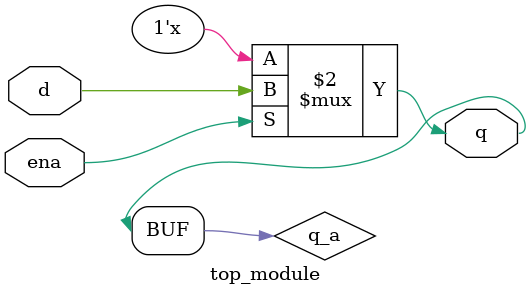
<source format=v>
module top_module (
    input  d  ,
    input  ena,
    output q
);
    reg q_a;
    always @(*) begin
        q_a <= ena?d:q_a;
    end
    assign q = q_a;
endmodule

</source>
